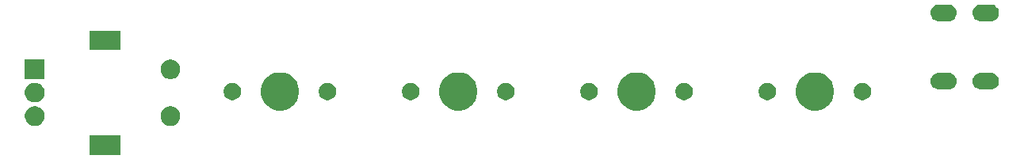
<source format=gts>
G04 #@! TF.GenerationSoftware,KiCad,Pcbnew,(5.1.5)-3*
G04 #@! TF.CreationDate,2020-06-06T22:21:36-05:00*
G04 #@! TF.ProjectId,MacroPad,4d616372-6f50-4616-942e-6b696361645f,rev?*
G04 #@! TF.SameCoordinates,Original*
G04 #@! TF.FileFunction,Soldermask,Top*
G04 #@! TF.FilePolarity,Negative*
%FSLAX46Y46*%
G04 Gerber Fmt 4.6, Leading zero omitted, Abs format (unit mm)*
G04 Created by KiCad (PCBNEW (5.1.5)-3) date 2020-06-06 22:21:36*
%MOMM*%
%LPD*%
G04 APERTURE LIST*
%ADD10C,0.100000*%
G04 APERTURE END LIST*
D10*
G36*
X117101000Y-104401000D02*
G01*
X113799000Y-104401000D01*
X113799000Y-102299000D01*
X117101000Y-102299000D01*
X117101000Y-104401000D01*
G37*
G36*
X122756564Y-99239389D02*
G01*
X122947833Y-99318615D01*
X122947835Y-99318616D01*
X123119973Y-99433635D01*
X123266365Y-99580027D01*
X123278084Y-99597565D01*
X123381385Y-99752167D01*
X123460611Y-99943436D01*
X123501000Y-100146484D01*
X123501000Y-100353516D01*
X123460611Y-100556564D01*
X123381385Y-100747833D01*
X123381384Y-100747835D01*
X123266365Y-100919973D01*
X123119973Y-101066365D01*
X122947835Y-101181384D01*
X122947834Y-101181385D01*
X122947833Y-101181385D01*
X122756564Y-101260611D01*
X122553516Y-101301000D01*
X122346484Y-101301000D01*
X122143436Y-101260611D01*
X121952167Y-101181385D01*
X121952166Y-101181385D01*
X121952165Y-101181384D01*
X121780027Y-101066365D01*
X121633635Y-100919973D01*
X121518616Y-100747835D01*
X121518615Y-100747833D01*
X121439389Y-100556564D01*
X121399000Y-100353516D01*
X121399000Y-100146484D01*
X121439389Y-99943436D01*
X121518615Y-99752167D01*
X121621917Y-99597565D01*
X121633635Y-99580027D01*
X121780027Y-99433635D01*
X121952165Y-99318616D01*
X121952167Y-99318615D01*
X122143436Y-99239389D01*
X122346484Y-99199000D01*
X122553516Y-99199000D01*
X122756564Y-99239389D01*
G37*
G36*
X108256564Y-99239389D02*
G01*
X108447833Y-99318615D01*
X108447835Y-99318616D01*
X108619973Y-99433635D01*
X108766365Y-99580027D01*
X108778084Y-99597565D01*
X108881385Y-99752167D01*
X108960611Y-99943436D01*
X109001000Y-100146484D01*
X109001000Y-100353516D01*
X108960611Y-100556564D01*
X108881385Y-100747833D01*
X108881384Y-100747835D01*
X108766365Y-100919973D01*
X108619973Y-101066365D01*
X108447835Y-101181384D01*
X108447834Y-101181385D01*
X108447833Y-101181385D01*
X108256564Y-101260611D01*
X108053516Y-101301000D01*
X107846484Y-101301000D01*
X107643436Y-101260611D01*
X107452167Y-101181385D01*
X107452166Y-101181385D01*
X107452165Y-101181384D01*
X107280027Y-101066365D01*
X107133635Y-100919973D01*
X107018616Y-100747835D01*
X107018615Y-100747833D01*
X106939389Y-100556564D01*
X106899000Y-100353516D01*
X106899000Y-100146484D01*
X106939389Y-99943436D01*
X107018615Y-99752167D01*
X107121917Y-99597565D01*
X107133635Y-99580027D01*
X107280027Y-99433635D01*
X107452165Y-99318616D01*
X107452167Y-99318615D01*
X107643436Y-99239389D01*
X107846484Y-99199000D01*
X108053516Y-99199000D01*
X108256564Y-99239389D01*
G37*
G36*
X134740224Y-95664934D02*
G01*
X134940364Y-95747835D01*
X135112373Y-95819083D01*
X135447298Y-96042873D01*
X135732127Y-96327702D01*
X135955917Y-96662627D01*
X135988312Y-96740836D01*
X136110066Y-97034776D01*
X136188650Y-97429844D01*
X136188650Y-97832656D01*
X136110066Y-98227724D01*
X136059201Y-98350522D01*
X135955917Y-98599873D01*
X135732127Y-98934798D01*
X135447298Y-99219627D01*
X135112373Y-99443417D01*
X134958224Y-99507267D01*
X134740224Y-99597566D01*
X134345156Y-99676150D01*
X133942344Y-99676150D01*
X133547276Y-99597566D01*
X133329276Y-99507267D01*
X133175127Y-99443417D01*
X132840202Y-99219627D01*
X132555373Y-98934798D01*
X132331583Y-98599873D01*
X132228299Y-98350522D01*
X132177434Y-98227724D01*
X132098850Y-97832656D01*
X132098850Y-97429844D01*
X132177434Y-97034776D01*
X132299188Y-96740836D01*
X132331583Y-96662627D01*
X132555373Y-96327702D01*
X132840202Y-96042873D01*
X133175127Y-95819083D01*
X133347136Y-95747835D01*
X133547276Y-95664934D01*
X133942344Y-95586350D01*
X134345156Y-95586350D01*
X134740224Y-95664934D01*
G37*
G36*
X153790224Y-95664934D02*
G01*
X153990364Y-95747835D01*
X154162373Y-95819083D01*
X154497298Y-96042873D01*
X154782127Y-96327702D01*
X155005917Y-96662627D01*
X155038312Y-96740836D01*
X155160066Y-97034776D01*
X155238650Y-97429844D01*
X155238650Y-97832656D01*
X155160066Y-98227724D01*
X155109201Y-98350522D01*
X155005917Y-98599873D01*
X154782127Y-98934798D01*
X154497298Y-99219627D01*
X154162373Y-99443417D01*
X154008224Y-99507267D01*
X153790224Y-99597566D01*
X153395156Y-99676150D01*
X152992344Y-99676150D01*
X152597276Y-99597566D01*
X152379276Y-99507267D01*
X152225127Y-99443417D01*
X151890202Y-99219627D01*
X151605373Y-98934798D01*
X151381583Y-98599873D01*
X151278299Y-98350522D01*
X151227434Y-98227724D01*
X151148850Y-97832656D01*
X151148850Y-97429844D01*
X151227434Y-97034776D01*
X151349188Y-96740836D01*
X151381583Y-96662627D01*
X151605373Y-96327702D01*
X151890202Y-96042873D01*
X152225127Y-95819083D01*
X152397136Y-95747835D01*
X152597276Y-95664934D01*
X152992344Y-95586350D01*
X153395156Y-95586350D01*
X153790224Y-95664934D01*
G37*
G36*
X172840224Y-95664934D02*
G01*
X173040364Y-95747835D01*
X173212373Y-95819083D01*
X173547298Y-96042873D01*
X173832127Y-96327702D01*
X174055917Y-96662627D01*
X174088312Y-96740836D01*
X174210066Y-97034776D01*
X174288650Y-97429844D01*
X174288650Y-97832656D01*
X174210066Y-98227724D01*
X174159201Y-98350522D01*
X174055917Y-98599873D01*
X173832127Y-98934798D01*
X173547298Y-99219627D01*
X173212373Y-99443417D01*
X173058224Y-99507267D01*
X172840224Y-99597566D01*
X172445156Y-99676150D01*
X172042344Y-99676150D01*
X171647276Y-99597566D01*
X171429276Y-99507267D01*
X171275127Y-99443417D01*
X170940202Y-99219627D01*
X170655373Y-98934798D01*
X170431583Y-98599873D01*
X170328299Y-98350522D01*
X170277434Y-98227724D01*
X170198850Y-97832656D01*
X170198850Y-97429844D01*
X170277434Y-97034776D01*
X170399188Y-96740836D01*
X170431583Y-96662627D01*
X170655373Y-96327702D01*
X170940202Y-96042873D01*
X171275127Y-95819083D01*
X171447136Y-95747835D01*
X171647276Y-95664934D01*
X172042344Y-95586350D01*
X172445156Y-95586350D01*
X172840224Y-95664934D01*
G37*
G36*
X191890224Y-95664934D02*
G01*
X192090364Y-95747835D01*
X192262373Y-95819083D01*
X192597298Y-96042873D01*
X192882127Y-96327702D01*
X193105917Y-96662627D01*
X193138312Y-96740836D01*
X193260066Y-97034776D01*
X193338650Y-97429844D01*
X193338650Y-97832656D01*
X193260066Y-98227724D01*
X193209201Y-98350522D01*
X193105917Y-98599873D01*
X192882127Y-98934798D01*
X192597298Y-99219627D01*
X192262373Y-99443417D01*
X192108224Y-99507267D01*
X191890224Y-99597566D01*
X191495156Y-99676150D01*
X191092344Y-99676150D01*
X190697276Y-99597566D01*
X190479276Y-99507267D01*
X190325127Y-99443417D01*
X189990202Y-99219627D01*
X189705373Y-98934798D01*
X189481583Y-98599873D01*
X189378299Y-98350522D01*
X189327434Y-98227724D01*
X189248850Y-97832656D01*
X189248850Y-97429844D01*
X189327434Y-97034776D01*
X189449188Y-96740836D01*
X189481583Y-96662627D01*
X189705373Y-96327702D01*
X189990202Y-96042873D01*
X190325127Y-95819083D01*
X190497136Y-95747835D01*
X190697276Y-95664934D01*
X191092344Y-95586350D01*
X191495156Y-95586350D01*
X191890224Y-95664934D01*
G37*
G36*
X108256564Y-96739389D02*
G01*
X108428577Y-96810639D01*
X108447835Y-96818616D01*
X108619973Y-96933635D01*
X108766365Y-97080027D01*
X108841601Y-97192625D01*
X108881385Y-97252167D01*
X108960611Y-97443436D01*
X109001000Y-97646484D01*
X109001000Y-97853516D01*
X108960611Y-98056564D01*
X108892276Y-98221540D01*
X108881384Y-98247835D01*
X108766365Y-98419973D01*
X108619973Y-98566365D01*
X108447835Y-98681384D01*
X108447834Y-98681385D01*
X108447833Y-98681385D01*
X108256564Y-98760611D01*
X108053516Y-98801000D01*
X107846484Y-98801000D01*
X107643436Y-98760611D01*
X107452167Y-98681385D01*
X107452166Y-98681385D01*
X107452165Y-98681384D01*
X107280027Y-98566365D01*
X107133635Y-98419973D01*
X107018616Y-98247835D01*
X107007724Y-98221540D01*
X106939389Y-98056564D01*
X106899000Y-97853516D01*
X106899000Y-97646484D01*
X106939389Y-97443436D01*
X107018615Y-97252167D01*
X107058400Y-97192625D01*
X107133635Y-97080027D01*
X107280027Y-96933635D01*
X107452165Y-96818616D01*
X107471423Y-96810639D01*
X107643436Y-96739389D01*
X107846484Y-96699000D01*
X108053516Y-96699000D01*
X108256564Y-96739389D01*
G37*
G36*
X148383854Y-96740835D02*
G01*
X148552376Y-96810639D01*
X148704041Y-96911978D01*
X148833022Y-97040959D01*
X148934361Y-97192624D01*
X149004165Y-97361146D01*
X149039750Y-97540047D01*
X149039750Y-97722453D01*
X149004165Y-97901354D01*
X148934361Y-98069876D01*
X148833022Y-98221541D01*
X148704041Y-98350522D01*
X148552376Y-98451861D01*
X148383854Y-98521665D01*
X148204953Y-98557250D01*
X148022547Y-98557250D01*
X147843646Y-98521665D01*
X147675124Y-98451861D01*
X147523459Y-98350522D01*
X147394478Y-98221541D01*
X147293139Y-98069876D01*
X147223335Y-97901354D01*
X147187750Y-97722453D01*
X147187750Y-97540047D01*
X147223335Y-97361146D01*
X147293139Y-97192624D01*
X147394478Y-97040959D01*
X147523459Y-96911978D01*
X147675124Y-96810639D01*
X147843646Y-96740835D01*
X148022547Y-96705250D01*
X148204953Y-96705250D01*
X148383854Y-96740835D01*
G37*
G36*
X196643854Y-96740835D02*
G01*
X196812376Y-96810639D01*
X196964041Y-96911978D01*
X197093022Y-97040959D01*
X197194361Y-97192624D01*
X197264165Y-97361146D01*
X197299750Y-97540047D01*
X197299750Y-97722453D01*
X197264165Y-97901354D01*
X197194361Y-98069876D01*
X197093022Y-98221541D01*
X196964041Y-98350522D01*
X196812376Y-98451861D01*
X196643854Y-98521665D01*
X196464953Y-98557250D01*
X196282547Y-98557250D01*
X196103646Y-98521665D01*
X195935124Y-98451861D01*
X195783459Y-98350522D01*
X195654478Y-98221541D01*
X195553139Y-98069876D01*
X195483335Y-97901354D01*
X195447750Y-97722453D01*
X195447750Y-97540047D01*
X195483335Y-97361146D01*
X195553139Y-97192624D01*
X195654478Y-97040959D01*
X195783459Y-96911978D01*
X195935124Y-96810639D01*
X196103646Y-96740835D01*
X196282547Y-96705250D01*
X196464953Y-96705250D01*
X196643854Y-96740835D01*
G37*
G36*
X186483854Y-96740835D02*
G01*
X186652376Y-96810639D01*
X186804041Y-96911978D01*
X186933022Y-97040959D01*
X187034361Y-97192624D01*
X187104165Y-97361146D01*
X187139750Y-97540047D01*
X187139750Y-97722453D01*
X187104165Y-97901354D01*
X187034361Y-98069876D01*
X186933022Y-98221541D01*
X186804041Y-98350522D01*
X186652376Y-98451861D01*
X186483854Y-98521665D01*
X186304953Y-98557250D01*
X186122547Y-98557250D01*
X185943646Y-98521665D01*
X185775124Y-98451861D01*
X185623459Y-98350522D01*
X185494478Y-98221541D01*
X185393139Y-98069876D01*
X185323335Y-97901354D01*
X185287750Y-97722453D01*
X185287750Y-97540047D01*
X185323335Y-97361146D01*
X185393139Y-97192624D01*
X185494478Y-97040959D01*
X185623459Y-96911978D01*
X185775124Y-96810639D01*
X185943646Y-96740835D01*
X186122547Y-96705250D01*
X186304953Y-96705250D01*
X186483854Y-96740835D01*
G37*
G36*
X177593854Y-96740835D02*
G01*
X177762376Y-96810639D01*
X177914041Y-96911978D01*
X178043022Y-97040959D01*
X178144361Y-97192624D01*
X178214165Y-97361146D01*
X178249750Y-97540047D01*
X178249750Y-97722453D01*
X178214165Y-97901354D01*
X178144361Y-98069876D01*
X178043022Y-98221541D01*
X177914041Y-98350522D01*
X177762376Y-98451861D01*
X177593854Y-98521665D01*
X177414953Y-98557250D01*
X177232547Y-98557250D01*
X177053646Y-98521665D01*
X176885124Y-98451861D01*
X176733459Y-98350522D01*
X176604478Y-98221541D01*
X176503139Y-98069876D01*
X176433335Y-97901354D01*
X176397750Y-97722453D01*
X176397750Y-97540047D01*
X176433335Y-97361146D01*
X176503139Y-97192624D01*
X176604478Y-97040959D01*
X176733459Y-96911978D01*
X176885124Y-96810639D01*
X177053646Y-96740835D01*
X177232547Y-96705250D01*
X177414953Y-96705250D01*
X177593854Y-96740835D01*
G37*
G36*
X158543854Y-96740835D02*
G01*
X158712376Y-96810639D01*
X158864041Y-96911978D01*
X158993022Y-97040959D01*
X159094361Y-97192624D01*
X159164165Y-97361146D01*
X159199750Y-97540047D01*
X159199750Y-97722453D01*
X159164165Y-97901354D01*
X159094361Y-98069876D01*
X158993022Y-98221541D01*
X158864041Y-98350522D01*
X158712376Y-98451861D01*
X158543854Y-98521665D01*
X158364953Y-98557250D01*
X158182547Y-98557250D01*
X158003646Y-98521665D01*
X157835124Y-98451861D01*
X157683459Y-98350522D01*
X157554478Y-98221541D01*
X157453139Y-98069876D01*
X157383335Y-97901354D01*
X157347750Y-97722453D01*
X157347750Y-97540047D01*
X157383335Y-97361146D01*
X157453139Y-97192624D01*
X157554478Y-97040959D01*
X157683459Y-96911978D01*
X157835124Y-96810639D01*
X158003646Y-96740835D01*
X158182547Y-96705250D01*
X158364953Y-96705250D01*
X158543854Y-96740835D01*
G37*
G36*
X139493854Y-96740835D02*
G01*
X139662376Y-96810639D01*
X139814041Y-96911978D01*
X139943022Y-97040959D01*
X140044361Y-97192624D01*
X140114165Y-97361146D01*
X140149750Y-97540047D01*
X140149750Y-97722453D01*
X140114165Y-97901354D01*
X140044361Y-98069876D01*
X139943022Y-98221541D01*
X139814041Y-98350522D01*
X139662376Y-98451861D01*
X139493854Y-98521665D01*
X139314953Y-98557250D01*
X139132547Y-98557250D01*
X138953646Y-98521665D01*
X138785124Y-98451861D01*
X138633459Y-98350522D01*
X138504478Y-98221541D01*
X138403139Y-98069876D01*
X138333335Y-97901354D01*
X138297750Y-97722453D01*
X138297750Y-97540047D01*
X138333335Y-97361146D01*
X138403139Y-97192624D01*
X138504478Y-97040959D01*
X138633459Y-96911978D01*
X138785124Y-96810639D01*
X138953646Y-96740835D01*
X139132547Y-96705250D01*
X139314953Y-96705250D01*
X139493854Y-96740835D01*
G37*
G36*
X129333854Y-96740835D02*
G01*
X129502376Y-96810639D01*
X129654041Y-96911978D01*
X129783022Y-97040959D01*
X129884361Y-97192624D01*
X129954165Y-97361146D01*
X129989750Y-97540047D01*
X129989750Y-97722453D01*
X129954165Y-97901354D01*
X129884361Y-98069876D01*
X129783022Y-98221541D01*
X129654041Y-98350522D01*
X129502376Y-98451861D01*
X129333854Y-98521665D01*
X129154953Y-98557250D01*
X128972547Y-98557250D01*
X128793646Y-98521665D01*
X128625124Y-98451861D01*
X128473459Y-98350522D01*
X128344478Y-98221541D01*
X128243139Y-98069876D01*
X128173335Y-97901354D01*
X128137750Y-97722453D01*
X128137750Y-97540047D01*
X128173335Y-97361146D01*
X128243139Y-97192624D01*
X128344478Y-97040959D01*
X128473459Y-96911978D01*
X128625124Y-96810639D01*
X128793646Y-96740835D01*
X128972547Y-96705250D01*
X129154953Y-96705250D01*
X129333854Y-96740835D01*
G37*
G36*
X167433854Y-96740835D02*
G01*
X167602376Y-96810639D01*
X167754041Y-96911978D01*
X167883022Y-97040959D01*
X167984361Y-97192624D01*
X168054165Y-97361146D01*
X168089750Y-97540047D01*
X168089750Y-97722453D01*
X168054165Y-97901354D01*
X167984361Y-98069876D01*
X167883022Y-98221541D01*
X167754041Y-98350522D01*
X167602376Y-98451861D01*
X167433854Y-98521665D01*
X167254953Y-98557250D01*
X167072547Y-98557250D01*
X166893646Y-98521665D01*
X166725124Y-98451861D01*
X166573459Y-98350522D01*
X166444478Y-98221541D01*
X166343139Y-98069876D01*
X166273335Y-97901354D01*
X166237750Y-97722453D01*
X166237750Y-97540047D01*
X166273335Y-97361146D01*
X166343139Y-97192624D01*
X166444478Y-97040959D01*
X166573459Y-96911978D01*
X166725124Y-96810639D01*
X166893646Y-96740835D01*
X167072547Y-96705250D01*
X167254953Y-96705250D01*
X167433854Y-96740835D01*
G37*
G36*
X205660443Y-95624269D02*
G01*
X205726627Y-95630787D01*
X205896466Y-95682307D01*
X206052991Y-95765972D01*
X206088729Y-95795302D01*
X206190186Y-95878564D01*
X206273448Y-95980021D01*
X206302778Y-96015759D01*
X206386443Y-96172284D01*
X206437963Y-96342123D01*
X206455359Y-96518750D01*
X206437963Y-96695377D01*
X206386443Y-96865216D01*
X206302778Y-97021741D01*
X206292081Y-97034775D01*
X206190186Y-97158936D01*
X206088729Y-97242198D01*
X206052991Y-97271528D01*
X205896466Y-97355193D01*
X205726627Y-97406713D01*
X205660442Y-97413232D01*
X205594260Y-97419750D01*
X204505740Y-97419750D01*
X204439558Y-97413232D01*
X204373373Y-97406713D01*
X204203534Y-97355193D01*
X204047009Y-97271528D01*
X204011271Y-97242198D01*
X203909814Y-97158936D01*
X203807919Y-97034775D01*
X203797222Y-97021741D01*
X203713557Y-96865216D01*
X203662037Y-96695377D01*
X203644641Y-96518750D01*
X203662037Y-96342123D01*
X203713557Y-96172284D01*
X203797222Y-96015759D01*
X203826552Y-95980021D01*
X203909814Y-95878564D01*
X204011271Y-95795302D01*
X204047009Y-95765972D01*
X204203534Y-95682307D01*
X204373373Y-95630787D01*
X204439557Y-95624269D01*
X204505740Y-95617750D01*
X205594260Y-95617750D01*
X205660443Y-95624269D01*
G37*
G36*
X210160443Y-95624269D02*
G01*
X210226627Y-95630787D01*
X210396466Y-95682307D01*
X210552991Y-95765972D01*
X210588729Y-95795302D01*
X210690186Y-95878564D01*
X210773448Y-95980021D01*
X210802778Y-96015759D01*
X210886443Y-96172284D01*
X210937963Y-96342123D01*
X210955359Y-96518750D01*
X210937963Y-96695377D01*
X210886443Y-96865216D01*
X210802778Y-97021741D01*
X210792081Y-97034775D01*
X210690186Y-97158936D01*
X210588729Y-97242198D01*
X210552991Y-97271528D01*
X210396466Y-97355193D01*
X210226627Y-97406713D01*
X210160442Y-97413232D01*
X210094260Y-97419750D01*
X209005740Y-97419750D01*
X208939558Y-97413232D01*
X208873373Y-97406713D01*
X208703534Y-97355193D01*
X208547009Y-97271528D01*
X208511271Y-97242198D01*
X208409814Y-97158936D01*
X208307919Y-97034775D01*
X208297222Y-97021741D01*
X208213557Y-96865216D01*
X208162037Y-96695377D01*
X208144641Y-96518750D01*
X208162037Y-96342123D01*
X208213557Y-96172284D01*
X208297222Y-96015759D01*
X208326552Y-95980021D01*
X208409814Y-95878564D01*
X208511271Y-95795302D01*
X208547009Y-95765972D01*
X208703534Y-95682307D01*
X208873373Y-95630787D01*
X208939557Y-95624269D01*
X209005740Y-95617750D01*
X210094260Y-95617750D01*
X210160443Y-95624269D01*
G37*
G36*
X109001000Y-96301000D02*
G01*
X106899000Y-96301000D01*
X106899000Y-94199000D01*
X109001000Y-94199000D01*
X109001000Y-96301000D01*
G37*
G36*
X122756564Y-94239389D02*
G01*
X122947833Y-94318615D01*
X122947835Y-94318616D01*
X123119973Y-94433635D01*
X123266365Y-94580027D01*
X123381385Y-94752167D01*
X123460611Y-94943436D01*
X123501000Y-95146484D01*
X123501000Y-95353516D01*
X123460611Y-95556564D01*
X123408526Y-95682308D01*
X123381384Y-95747835D01*
X123266365Y-95919973D01*
X123119973Y-96066365D01*
X122947835Y-96181384D01*
X122947834Y-96181385D01*
X122947833Y-96181385D01*
X122756564Y-96260611D01*
X122553516Y-96301000D01*
X122346484Y-96301000D01*
X122143436Y-96260611D01*
X121952167Y-96181385D01*
X121952166Y-96181385D01*
X121952165Y-96181384D01*
X121780027Y-96066365D01*
X121633635Y-95919973D01*
X121518616Y-95747835D01*
X121491474Y-95682308D01*
X121439389Y-95556564D01*
X121399000Y-95353516D01*
X121399000Y-95146484D01*
X121439389Y-94943436D01*
X121518615Y-94752167D01*
X121633635Y-94580027D01*
X121780027Y-94433635D01*
X121952165Y-94318616D01*
X121952167Y-94318615D01*
X122143436Y-94239389D01*
X122346484Y-94199000D01*
X122553516Y-94199000D01*
X122756564Y-94239389D01*
G37*
G36*
X117101000Y-93201000D02*
G01*
X113799000Y-93201000D01*
X113799000Y-91099000D01*
X117101000Y-91099000D01*
X117101000Y-93201000D01*
G37*
G36*
X205660443Y-88324269D02*
G01*
X205726627Y-88330787D01*
X205896466Y-88382307D01*
X206052991Y-88465972D01*
X206088729Y-88495302D01*
X206190186Y-88578564D01*
X206273448Y-88680021D01*
X206302778Y-88715759D01*
X206386443Y-88872284D01*
X206437963Y-89042123D01*
X206455359Y-89218750D01*
X206437963Y-89395377D01*
X206386443Y-89565216D01*
X206302778Y-89721741D01*
X206273448Y-89757479D01*
X206190186Y-89858936D01*
X206088729Y-89942198D01*
X206052991Y-89971528D01*
X205896466Y-90055193D01*
X205726627Y-90106713D01*
X205660443Y-90113231D01*
X205594260Y-90119750D01*
X204505740Y-90119750D01*
X204439557Y-90113231D01*
X204373373Y-90106713D01*
X204203534Y-90055193D01*
X204047009Y-89971528D01*
X204011271Y-89942198D01*
X203909814Y-89858936D01*
X203826552Y-89757479D01*
X203797222Y-89721741D01*
X203713557Y-89565216D01*
X203662037Y-89395377D01*
X203644641Y-89218750D01*
X203662037Y-89042123D01*
X203713557Y-88872284D01*
X203797222Y-88715759D01*
X203826552Y-88680021D01*
X203909814Y-88578564D01*
X204011271Y-88495302D01*
X204047009Y-88465972D01*
X204203534Y-88382307D01*
X204373373Y-88330787D01*
X204439558Y-88324268D01*
X204505740Y-88317750D01*
X205594260Y-88317750D01*
X205660443Y-88324269D01*
G37*
G36*
X210160443Y-88324269D02*
G01*
X210226627Y-88330787D01*
X210396466Y-88382307D01*
X210552991Y-88465972D01*
X210588729Y-88495302D01*
X210690186Y-88578564D01*
X210773448Y-88680021D01*
X210802778Y-88715759D01*
X210886443Y-88872284D01*
X210937963Y-89042123D01*
X210955359Y-89218750D01*
X210937963Y-89395377D01*
X210886443Y-89565216D01*
X210802778Y-89721741D01*
X210773448Y-89757479D01*
X210690186Y-89858936D01*
X210588729Y-89942198D01*
X210552991Y-89971528D01*
X210396466Y-90055193D01*
X210226627Y-90106713D01*
X210160443Y-90113231D01*
X210094260Y-90119750D01*
X209005740Y-90119750D01*
X208939557Y-90113231D01*
X208873373Y-90106713D01*
X208703534Y-90055193D01*
X208547009Y-89971528D01*
X208511271Y-89942198D01*
X208409814Y-89858936D01*
X208326552Y-89757479D01*
X208297222Y-89721741D01*
X208213557Y-89565216D01*
X208162037Y-89395377D01*
X208144641Y-89218750D01*
X208162037Y-89042123D01*
X208213557Y-88872284D01*
X208297222Y-88715759D01*
X208326552Y-88680021D01*
X208409814Y-88578564D01*
X208511271Y-88495302D01*
X208547009Y-88465972D01*
X208703534Y-88382307D01*
X208873373Y-88330787D01*
X208939558Y-88324268D01*
X209005740Y-88317750D01*
X210094260Y-88317750D01*
X210160443Y-88324269D01*
G37*
M02*

</source>
